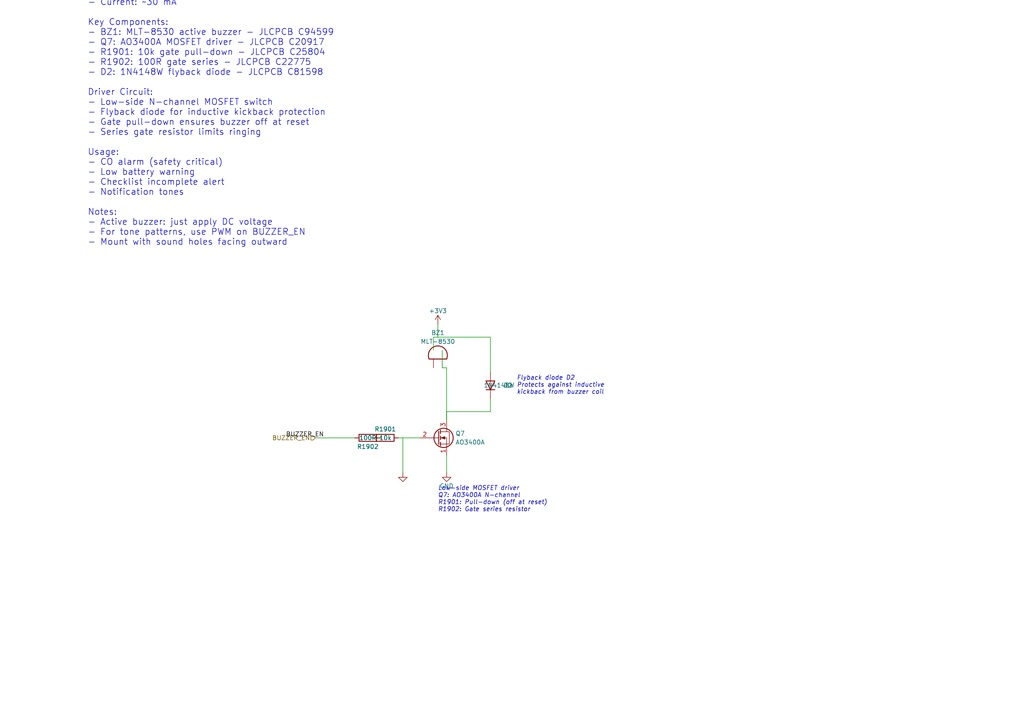
<source format=kicad_sch>
(kicad_sch (version 20231120) (generator "eeschema") (generator_version "8.0")
  (paper "A4")
  (title_block (title "Section 19: Audio Alarm") (date "2026-01-29") (rev "1.0") (company "IMSAFE Project") (comment 1 "MLT-8530 Active Buzzer") (comment 2 "CO alarm and notification"))
  (lib_symbols
    (symbol "Device:D" (pin_numbers hide) (pin_names (offset 1.016) hide)
      (property "Reference" "D" (at 0 2.54 0))
      (property "Value" "D" (at 0 -2.54 0))
      (symbol "D_0_1"
        (polyline (pts (xy -1.27 1.27) (xy -1.27 -1.27)) (stroke (width 0.254)))
        (polyline (pts (xy 1.27 0) (xy -1.27 0)))
        (polyline (pts (xy 1.27 1.27) (xy 1.27 -1.27) (xy -1.27 0) (xy 1.27 1.27)) (stroke (width 0.254)))
      )
      (symbol "D_1_1"
        (pin passive line (at -3.81 0 0) (length 2.54) (name "K") (number "1"))
        (pin passive line (at 3.81 0 180) (length 2.54) (name "A") (number "2"))
      )
    )
    (symbol "Device:R" (pin_numbers hide) (pin_names (offset 0))
      (property "Reference" "R" (at 2.032 0 90))
      (property "Value" "R" (at 0 0 90))
      (symbol "R_0_1"
        (rectangle (start -1.016 -2.54) (end 1.016 2.54) (stroke (width 0.254)))
      )
      (symbol "R_1_1"
        (pin passive line (at 0 3.81 270) (length 1.27) (name "~") (number "1"))
        (pin passive line (at 0 -3.81 90) (length 1.27) (name "~") (number "2"))
      )
    )
    (symbol "power:GND" (power) (pin_numbers hide) (pin_names (offset 0) hide)
      (property "Value" "GND" (at 0 -3.81 0))
      (symbol "GND_0_1"
        (polyline (pts (xy 0 0) (xy 0 -1.27) (xy 1.27 -1.27) (xy 0 -2.54) (xy -1.27 -1.27) (xy 0 -1.27)))
      )
      (symbol "GND_1_1"
        (pin power_in line (at 0 0 270) (length 0) (name "GND") (number "1"))
      )
    )
    (symbol "power:+3V3" (power) (pin_numbers hide) (pin_names (offset 0) hide)
      (property "Value" "+3V3" (at 0 3.556 0))
      (symbol "+3V3_0_1"
        (polyline (pts (xy -0.762 1.27) (xy 0 2.54)))
        (polyline (pts (xy 0 0) (xy 0 2.54)))
        (polyline (pts (xy 0 2.54) (xy 0.762 1.27)))
      )
      (symbol "+3V3_1_1"
        (pin power_in line (at 0 0 90) (length 0) (name "+3V3") (number "1"))
      )
    )
    (symbol "Transistor_FET:AO3400A" (pin_names hide)
      (property "Reference" "Q" (at 5.08 1.905 0))
      (property "Value" "AO3400A" (at 5.08 0 0))
      (symbol "AO3400A_0_1"
        (polyline (pts (xy 0.254 0) (xy -2.54 0)))
        (polyline (pts (xy 0.254 1.905) (xy 0.254 -1.905)) (stroke (width 0.254)))
        (polyline (pts (xy 0.762 -1.27) (xy 0.762 -2.286)) (stroke (width 0.254)))
        (polyline (pts (xy 0.762 0.508) (xy 0.762 -0.508)) (stroke (width 0.254)))
        (polyline (pts (xy 0.762 2.286) (xy 0.762 1.27)) (stroke (width 0.254)))
        (polyline (pts (xy 2.54 2.54) (xy 2.54 1.778)))
        (polyline (pts (xy 2.54 -2.54) (xy 2.54 0) (xy 0.762 0)))
        (polyline (pts (xy 0.762 -1.778) (xy 3.302 -1.778) (xy 3.302 1.778) (xy 0.762 1.778)))
        (polyline (pts (xy 1.016 0) (xy 2.032 0.381) (xy 2.032 -0.381) (xy 1.016 0)) (fill (type outline)))
        (circle (center 1.651 0) (radius 2.794) (stroke (width 0.254)))
      )
      (symbol "AO3400A_1_1"
        (pin passive line (at 2.54 -5.08 90) (length 2.54) (name "S") (number "1"))
        (pin input line (at -5.08 0 0) (length 2.54) (name "G") (number "2"))
        (pin passive line (at 2.54 5.08 270) (length 2.54) (name "D") (number "3"))
      )
    )
    (symbol "Device:Buzzer" (pin_numbers hide) (pin_names (offset 0) hide)
      (property "Reference" "BZ" (at 0 5.08 0))
      (property "Value" "Buzzer" (at 0 -5.08 0))
      (symbol "Buzzer_0_1"
        (arc (start 0 -2.54) (mid 3.81 0) (end 0 2.54) (stroke (width 0.254)))
        (polyline (pts (xy 0 -2.54) (xy 0 2.54)) (stroke (width 0.254)))
      )
      (symbol "Buzzer_1_1"
        (pin passive line (at -2.54 1.27 0) (length 2.54) (name "+") (number "1"))
        (pin passive line (at -2.54 -1.27 0) (length 2.54) (name "-") (number "2"))
      )
    )
  )
  (text "MLT-8530 Active Buzzer Driver\n\nSpecifications:\n- Buzzer type: Active (internal oscillator)\n- Sound pressure: 85 dB @ 10cm\n- Resonant frequency: 2700 Hz\n- Operating voltage: 3.3V\n- Current: ~30 mA\n\nKey Components:\n- BZ1: MLT-8530 active buzzer - JLCPCB C94599\n- Q7: AO3400A MOSFET driver - JLCPCB C20917\n- R1901: 10k gate pull-down - JLCPCB C25804\n- R1902: 100R gate series - JLCPCB C22775\n- D2: 1N4148W flyback diode - JLCPCB C81598\n\nDriver Circuit:\n- Low-side N-channel MOSFET switch\n- Flyback diode for inductive kickback protection\n- Gate pull-down ensures buzzer off at reset\n- Series gate resistor limits ringing\n\nUsage:\n- CO alarm (safety critical)\n- Low battery warning\n- Checklist incomplete alert\n- Notification tones\n\nNotes:\n- Active buzzer: just apply DC voltage\n- For tone patterns, use PWM on BUZZER_EN\n- Mount with sound holes facing outward" (at 25.4 25.4 0) (effects (font (size 1.8 1.8)) (justify left)))
  (symbol (lib_id "Device:Buzzer") (at 127 104.14 90) (unit 1)
    (property "Reference" "BZ1" (at 127 96.52 90))
    (property "Value" "MLT-8530" (at 127 99.06 90))
    (property "Footprint" "Buzzer_Beeper:Buzzer_12x9.5RM7.6" (effects hide))
    (property "JLCPCB" "C94599" (effects hide))
  )
  (symbol (lib_id "Transistor_FET:AO3400A") (at 127 127 0) (unit 1)
    (property "Reference" "Q7" (at 132.08 125.73 0) (effects (justify left)))
    (property "Value" "AO3400A" (at 132.08 128.27 0) (effects (justify left)))
    (property "Footprint" "Package_TO_SOT_SMD:SOT-23" (effects hide))
    (property "Datasheet" "http://www.aosmd.com/pdfs/datasheet/AO3400A.pdf" (effects hide))
    (property "JLCPCB" "C20917" (effects hide))
  )
  (symbol (lib_id "Device:R") (at 111.76 127 90) (unit 1)
    (property "Reference" "R1901" (at 111.76 124.46 90))
    (property "Value" "10k" (at 111.76 127 90))
    (property "Footprint" "Resistor_SMD:R_0603_1608Metric" (effects hide))
    (property "JLCPCB" "C25804" (effects hide))
  )
  (symbol (lib_id "Device:R") (at 106.68 127 90) (unit 1)
    (property "Reference" "R1902" (at 106.68 129.54 90))
    (property "Value" "100R" (at 106.68 127 90))
    (property "Footprint" "Resistor_SMD:R_0603_1608Metric" (effects hide))
    (property "JLCPCB" "C22775" (effects hide))
  )
  (symbol (lib_id "Device:D") (at 142.24 111.76 90) (unit 1)
    (property "Reference" "D2" (at 147.32 111.76 90))
    (property "Value" "1N4148W" (at 144.78 111.76 90))
    (property "Footprint" "Diode_SMD:D_SOD-123" (effects hide))
    (property "JLCPCB" "C81598" (effects hide))
  )
  (symbol (lib_id "power:+3V3") (at 127 93.98 0) (unit 1)
    (property "Reference" "#PWR1901" (effects hide))
    (property "Value" "+3V3" (at 127 90.17 0))
  )
  (symbol (lib_id "power:GND") (at 129.54 137.16 0) (unit 1)
    (property "Reference" "#PWR1902" (effects hide))
    (property "Value" "GND" (at 129.54 140.97 0))
  )
  (symbol (lib_id "power:GND") (at 116.84 137.16 0) (unit 1)
    (property "Reference" "#PWR1903" (effects hide))
    (property "Value" "GND" (effects hide))
  )
  (wire (pts (xy 127 93.98) (xy 127 97.79)))
  (wire (pts (xy 127 97.79) (xy 125.73 97.79)))
  (wire (pts (xy 125.73 97.79) (xy 125.73 101.6)))
  (wire (pts (xy 128.27 101.6) (xy 128.27 106.68)))
  (wire (pts (xy 128.27 106.68) (xy 129.54 106.68)))
  (wire (pts (xy 129.54 106.68) (xy 129.54 121.92)))
  (wire (pts (xy 129.54 132.08) (xy 129.54 137.16)))
  (wire (pts (xy 110.49 127) (xy 107.95 127)))
  (wire (pts (xy 115.57 127) (xy 116.84 127)))
  (wire (pts (xy 116.84 127) (xy 116.84 137.16)))
  (wire (pts (xy 116.84 127) (xy 121.92 127)))
  (wire (pts (xy 102.87 127) (xy 93.98 127)))
  (wire (pts (xy 142.24 107.95) (xy 142.24 97.79)))
  (wire (pts (xy 142.24 97.79) (xy 127 97.79)))
  (wire (pts (xy 142.24 115.57) (xy 142.24 119.38)))
  (wire (pts (xy 142.24 119.38) (xy 129.54 119.38)))
  (wire (pts (xy 129.54 119.38) (xy 129.54 121.92)))
  (label "BUZZER_EN" (at 93.98 127 180))
  (hierarchical_label "BUZZER_EN" (shape input) (at 91.44 127 180))
  (wire (pts (xy 91.44 127) (xy 93.98 127)))
  (text "Low-side MOSFET driver\nQ7: AO3400A N-channel\nR1901: Pull-down (off at reset)\nR1902: Gate series resistor" (at 127 144.78 0) (effects (font (size 1.27 1.27) (italic yes)) (justify left)))
  (text "Flyback diode D2\nProtects against inductive\nkickback from buzzer coil" (at 149.86 111.76 0) (effects (font (size 1.27 1.27) (italic yes)) (justify left)))
)
</source>
